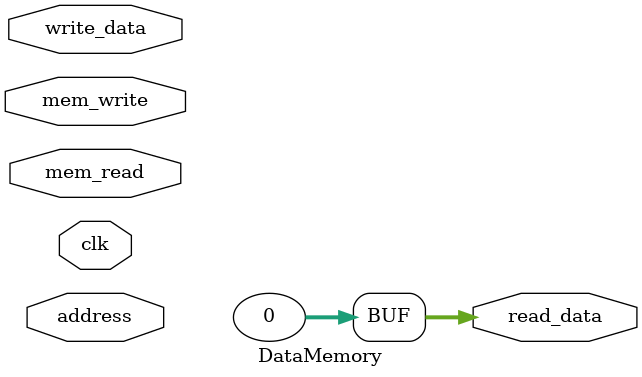
<source format=sv>
`timescale 1ns/1ps

module DataMemory (
    input  logic        clk,
    input  logic [31:0] address,
    input  logic [31:0] write_data,
    input  logic        mem_write,
    input  logic        mem_read,
    output logic [31:0] read_data
);
    // Minimal placeholder: read_data is set to 32'b0
    assign read_data = 32'b0;
endmodule
</source>
